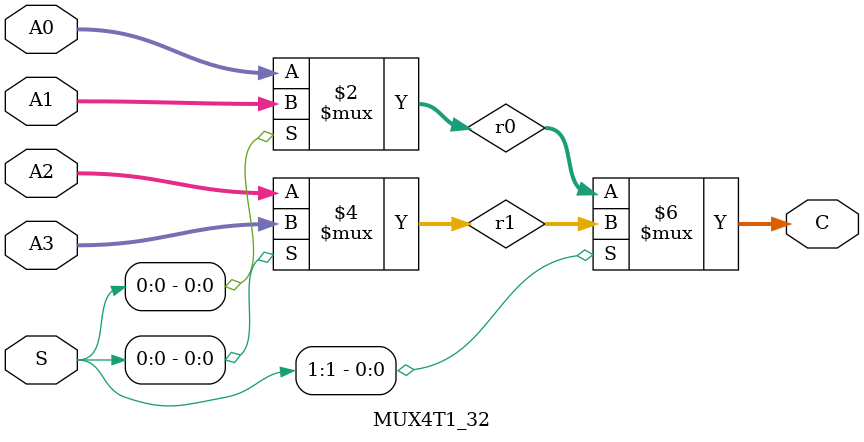
<source format=v>
`timescale 1ns / 1ps
module MUX4T1_32(
	input [31:0]A0,
	input [31:0]A1,
	input [31:0]A2,
	input [31:0]A3,
	input [1:0]S,
	output [31:0]C
    );
wire [31:0]r0;
wire [31:0]r1;

assign r0=(S[0]==0)?A0:A1;
assign r1=(S[0]==0)?A2:A3;

assign C=(S[1]==0)?r0:r1;

endmodule

</source>
